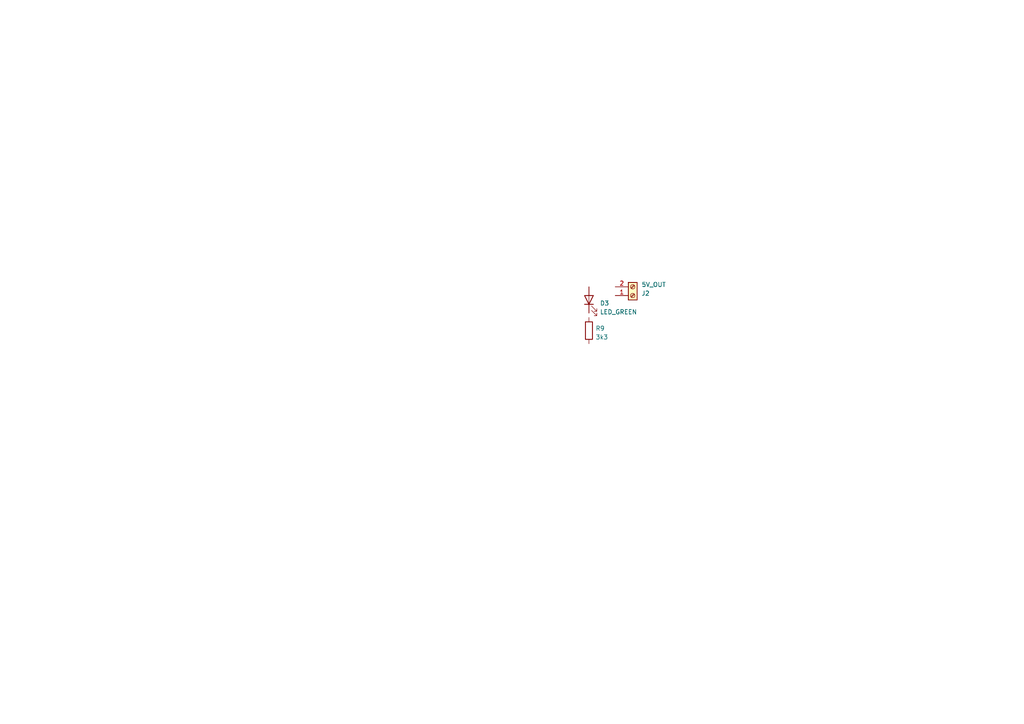
<source format=kicad_sch>
(kicad_sch (version 20230121) (generator eeschema)
  (paper "A4")
  (lib_symbols
    (symbol "Connector:Screw_Terminal_01x02" (pin_names (offset 1.016) hide)
      (property "Reference" "J" (at 0 2.54 0))
      (property "Value" "Screw_Terminal_01x02" (at 0 -5.08 0))
      (symbol "Screw_Terminal_01x02_1_1"
        (rectangle (start -1.27 1.27) (end 1.27 -3.81) (stroke (width 0.254)) (fill (type background)))
        (circle (center 0 -2.54) (radius 0.635) (stroke (width 0.1524)))
        (polyline (pts (xy -0.5334 -2.2098) (xy 0.3302 -3.048)) (stroke (width 0.1524)))
        (polyline (pts (xy -0.5334 0.3302) (xy 0.3302 -0.508)) (stroke (width 0.1524)))
        (polyline (pts (xy -0.3556 -2.032) (xy 0.508 -2.8702)) (stroke (width 0.1524)))
        (polyline (pts (xy -0.3556 0.508) (xy 0.508 -0.3302)) (stroke (width 0.1524)))
        (circle (center 0 0) (radius 0.635) (stroke (width 0.1524)))
        (pin passive line (at -5.08 0 0) (length 3.81) (name "Pin_1") (number "1"))
        (pin passive line (at -5.08 -2.54 0) (length 3.81) (name "Pin_2") (number "2"))
      )
    )
    (symbol "Device:LED" (pin_numbers hide) (pin_names (offset 1.016) hide)
      (property "Reference" "D" (at 0 2.54 0))
      (property "Value" "LED" (at 0 -2.54 0))
      (symbol "LED_0_1"
        (polyline (pts (xy -1.27 -1.27) (xy -1.27 1.27)) (stroke (width 0.254)))
        (polyline (pts (xy -1.27 0) (xy 1.27 0)))
        (polyline (pts (xy 1.27 -1.27) (xy 1.27 1.27) (xy -1.27 0) (xy 1.27 -1.27)) (stroke (width 0.254)))
        (polyline (pts (xy -3.048 -0.762) (xy -4.572 -2.286) (xy -3.81 -2.286) (xy -4.572 -2.286) (xy -4.572 -1.524)))
        (polyline (pts (xy -1.778 -0.762) (xy -3.302 -2.286) (xy -2.54 -2.286) (xy -3.302 -2.286) (xy -3.302 -1.524)))
      )
      (symbol "LED_1_1"
        (pin passive line (at -3.81 0 0) (length 2.54) (name "K") (number "1"))
        (pin passive line (at 3.81 0 180) (length 2.54) (name "A") (number "2"))
      )
    )
    (symbol "Device:R" (pin_numbers hide) (pin_names (offset 0))
      (property "Reference" "R" (at 2.032 0 90))
      (property "Value" "R" (at 0 0 90))
      (symbol "R_0_1"
        (rectangle (start -1.016 -2.54) (end 1.016 2.54) (stroke (width 0.254)))
      )
      (symbol "R_1_1"
        (pin passive line (at 0 3.81 270) (length 1.27) (name "~") (number "1"))
        (pin passive line (at 0 -3.81 90) (length 1.27) (name "~") (number "2"))
      )
    )
  )
  (symbol (lib_id "Connector:Screw_Terminal_01x02") (at 183.515 85.725 0) (mirror x) (unit 1)
    (property "Reference" "J2" (at 186.055 85.09 0) (effects (justify left)))
    (property "Value" "5V_OUT" (at 186.055 82.55 0) (effects (justify left)))
    (property "Footprint" "TerminalBlock:TerminalBlock_bornier-2_P5.08mm" (effects hide))
    (instances (project "The Supluwu PCB" (path "" (reference "J2") (unit 1)) (path "" (reference "J8") (unit 1))))
  )
  (symbol (lib_id "Device:R") (at 170.815 95.885 0) (unit 1)
    (property "Reference" "R9" (at 172.72 95.25 0) (effects (justify left)))
    (property "Value" "3k3" (at 172.72 97.79 0) (effects (justify left)))
    (property "Footprint" "Resistor_SMD:R_0603_1608Metric" (effects hide))
    (instances (project "The Supluwu PCB" (path "" (reference "R9") (unit 1)) (path "" (reference "R10") (unit 1)) (path "" (reference "R11") (unit 1))))
  )
  (symbol (lib_id "Device:LED") (at 170.815 86.995 90) (unit 1)
    (property "Reference" "D3" (at 173.99 87.9475 90) (effects (justify right)))
    (property "Value" "LED_GREEN" (at 173.99 90.4875 90) (effects (justify right)))
    (property "Footprint" "LED_SMD:LED_0603_1608Metric" (effects hide))
    (instances (project "The Supluwu PCB" (path "" (reference "D3") (unit 1)) (path "" (reference "D4") (unit 1)) (path "" (reference "D5") (unit 1))))
  )
)
</source>
